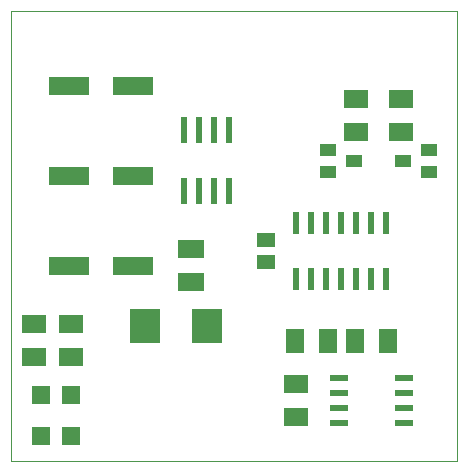
<source format=gtp>
G75*
%MOIN*%
%OFA0B0*%
%FSLAX25Y25*%
%IPPOS*%
%LPD*%
%AMOC8*
5,1,8,0,0,1.08239X$1,22.5*
%
%ADD10C,0.00000*%
%ADD11R,0.13780X0.06299*%
%ADD12R,0.05906X0.05118*%
%ADD13R,0.09843X0.11811*%
%ADD14R,0.05512X0.03937*%
%ADD15R,0.02362X0.08661*%
%ADD16R,0.08661X0.06299*%
%ADD17R,0.05906X0.05906*%
%ADD18R,0.06000X0.02400*%
%ADD19R,0.06299X0.07874*%
%ADD20R,0.07874X0.06299*%
%ADD21R,0.02200X0.07800*%
D10*
X0001800Y0001800D02*
X0001800Y0151761D01*
X0150501Y0151761D01*
X0150501Y0001800D01*
X0001800Y0001800D01*
D11*
X0021170Y0066800D03*
X0042430Y0066800D03*
X0042430Y0096800D03*
X0021170Y0096800D03*
X0021170Y0126800D03*
X0042430Y0126800D03*
D12*
X0086800Y0075540D03*
X0086800Y0068060D03*
D13*
X0067135Y0046800D03*
X0046465Y0046800D03*
D14*
X0107469Y0098060D03*
X0107469Y0105540D03*
X0116131Y0101800D03*
X0132469Y0101800D03*
X0141131Y0098060D03*
X0141131Y0105540D03*
D15*
X0074300Y0112036D03*
X0069300Y0112036D03*
X0064300Y0112036D03*
X0059300Y0112036D03*
X0059300Y0091564D03*
X0064300Y0091564D03*
X0069300Y0091564D03*
X0074300Y0091564D03*
D16*
X0061800Y0072312D03*
X0061800Y0061288D03*
D17*
X0021800Y0023690D03*
X0011800Y0023690D03*
X0011800Y0009910D03*
X0021800Y0009910D03*
D18*
X0111000Y0014300D03*
X0111000Y0019300D03*
X0111000Y0024300D03*
X0111000Y0029300D03*
X0132600Y0029300D03*
X0132600Y0024300D03*
X0132600Y0019300D03*
X0132600Y0014300D03*
D19*
X0127312Y0041800D03*
X0116288Y0041800D03*
X0107312Y0041800D03*
X0096288Y0041800D03*
D20*
X0096800Y0027312D03*
X0096800Y0016288D03*
X0021800Y0036288D03*
X0021800Y0047312D03*
X0009300Y0047312D03*
X0009300Y0036288D03*
X0116800Y0111288D03*
X0116800Y0122312D03*
X0131800Y0122312D03*
X0131800Y0111288D03*
D21*
X0126800Y0081100D03*
X0121800Y0081100D03*
X0116800Y0081100D03*
X0111800Y0081100D03*
X0106800Y0081100D03*
X0101800Y0081100D03*
X0096800Y0081100D03*
X0096800Y0062500D03*
X0101800Y0062500D03*
X0106800Y0062500D03*
X0111800Y0062500D03*
X0116800Y0062500D03*
X0121800Y0062500D03*
X0126800Y0062500D03*
M02*

</source>
